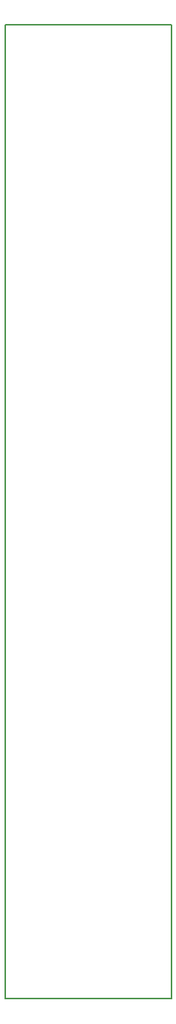
<source format=gbr>
G04 #@! TF.GenerationSoftware,KiCad,Pcbnew,(5.1.5)-3*
G04 #@! TF.CreationDate,2020-05-13T21:41:15+01:00*
G04 #@! TF.ProjectId,Ringo,52696e67-6f2e-46b6-9963-61645f706362,rev?*
G04 #@! TF.SameCoordinates,Original*
G04 #@! TF.FileFunction,Profile,NP*
%FSLAX46Y46*%
G04 Gerber Fmt 4.6, Leading zero omitted, Abs format (unit mm)*
G04 Created by KiCad (PCBNEW (5.1.5)-3) date 2020-05-13 21:41:15*
%MOMM*%
%LPD*%
G04 APERTURE LIST*
%ADD10C,0.200000*%
G04 APERTURE END LIST*
D10*
X154800000Y-37000000D02*
X154800000Y-147000000D01*
X136000000Y-147000000D02*
X154800000Y-147000000D01*
X136000000Y-37000000D02*
X136000000Y-147000000D01*
X136000000Y-37000000D02*
X154800000Y-37000000D01*
M02*

</source>
